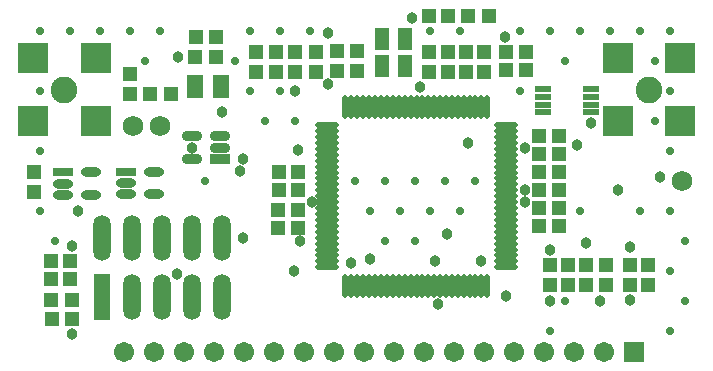
<source format=gts>
%FSTAX23Y23*%
%MOIN*%
%SFA1B1*%

%IPPOS*%
%ADD42R,0.104055X0.104055*%
%ADD43C,0.088701*%
%ADD44R,0.051299X0.074921*%
%ADD45R,0.047362X0.051299*%
%ADD46R,0.051299X0.047362*%
%ADD47O,0.057992X0.152874*%
%ADD48R,0.057992X0.152874*%
%ADD49R,0.055236X0.021772*%
%ADD50O,0.067047X0.031614*%
%ADD51R,0.067047X0.031614*%
%ADD52O,0.067047X0.035551*%
%ADD53R,0.067047X0.035551*%
%ADD54R,0.053268X0.025709*%
%ADD55O,0.078858X0.019803*%
%ADD56O,0.019803X0.078858*%
%ADD57C,0.037992*%
%ADD58C,0.067047*%
%ADD59R,0.067047X0.067047*%
%ADD60C,0.067992*%
%ADD61C,0.027992*%
%LNtwo_ant_fpga_board-1*%
%LPD*%
G54D42*
X03625Y02709D03*
Y02499D03*
X03834Y02709D03*
Y02499D03*
X01675Y02709D03*
Y02499D03*
X01885Y02709D03*
Y02499D03*
G54D43*
X0373Y02604D03*
X0178D03*
G54D44*
X02915Y02685D03*
Y02775D03*
X0284Y02685D03*
Y02775D03*
G54D45*
X0255Y0273D03*
Y02663D03*
X02485Y0273D03*
Y02663D03*
X0306Y02731D03*
Y02665D03*
X02995Y02731D03*
Y02665D03*
X0346Y01953D03*
Y0202D03*
X0352Y01953D03*
Y0202D03*
X0262Y0273D03*
Y02663D03*
X0318Y02665D03*
Y02731D03*
X03585Y01953D03*
Y0202D03*
X0269Y02735D03*
Y02668D03*
X02755Y02735D03*
Y02668D03*
X0312Y02731D03*
Y02665D03*
X0168Y0233D03*
Y02263D03*
X02Y02656D03*
Y0259D03*
X03725Y01955D03*
Y02021D03*
X034Y01953D03*
Y0202D03*
X0242Y02731D03*
Y02665D03*
X03665Y01955D03*
Y02021D03*
G54D46*
X03061Y0285D03*
X02995D03*
X02495Y0233D03*
X02561D03*
X03195Y0285D03*
X03128D03*
X01735Y01975D03*
X01801D03*
X02495Y0227D03*
X02561D03*
X0332Y0273D03*
X03253D03*
X0343Y0215D03*
X03363D03*
X02493Y02205D03*
X0256D03*
X01738Y01905D03*
X01805D03*
X02135Y0259D03*
X02068D03*
X02493Y02145D03*
X0256D03*
X0174Y0184D03*
X01806D03*
X0343Y0221D03*
X03363D03*
X02286Y0278D03*
X0222D03*
X02285Y02715D03*
X02218D03*
X0343Y0227D03*
X03363D03*
X0332Y0267D03*
X03253D03*
X0343Y0233D03*
X03363D03*
X0343Y0245D03*
X03363D03*
X01735Y02035D03*
X01801D03*
X0343Y0239D03*
X03363D03*
G54D47*
X02305Y0211D03*
X02205D03*
X02105D03*
X02005D03*
X01905D03*
X02305Y01915D03*
X02205D03*
X02105D03*
X02005D03*
G54D48*
X01905Y01915D03*
G54D49*
X03377Y02606D03*
Y0258D03*
Y02555D03*
Y02529D03*
X03535Y02606D03*
Y0258D03*
Y02555D03*
Y02529D03*
G54D50*
X02079Y02257D03*
Y02332D03*
X01985Y02257D03*
Y02295D03*
X01869Y02255D03*
Y02329D03*
X01775Y02255D03*
Y02292D03*
G54D51*
X01985Y02332D03*
X01775Y02329D03*
G54D52*
X02205Y0245D03*
Y02375D03*
X023Y0245D03*
Y02412D03*
G54D53*
X023Y02375D03*
G54D54*
X02217Y02589D03*
Y02615D03*
Y0264D03*
X02302D03*
Y02615D03*
Y02589D03*
G54D55*
X03252Y02486D03*
Y02466D03*
Y02446D03*
Y02427D03*
Y02407D03*
Y02387D03*
Y02368D03*
Y02348D03*
Y02328D03*
Y02309D03*
Y02289D03*
Y02269D03*
Y0225D03*
Y0223D03*
Y0221D03*
Y0219D03*
Y02171D03*
Y02151D03*
Y02131D03*
Y02112D03*
Y02092D03*
Y02072D03*
Y02053D03*
Y02033D03*
Y02013D03*
X02657D03*
Y02033D03*
Y02053D03*
Y02072D03*
Y02092D03*
Y02112D03*
Y02131D03*
Y02151D03*
Y02171D03*
Y0219D03*
Y0221D03*
Y0223D03*
Y0225D03*
Y02269D03*
Y02289D03*
Y02309D03*
Y02328D03*
Y02348D03*
Y02368D03*
Y02387D03*
Y02407D03*
Y02427D03*
Y02446D03*
Y02466D03*
Y02486D03*
G54D56*
X03191Y01952D03*
X03171D03*
X03151D03*
X03132D03*
X03112D03*
X03092D03*
X03073D03*
X03053D03*
X03033D03*
X03014D03*
X02994D03*
X02974D03*
X02955D03*
X02935D03*
X02915D03*
X02895D03*
X02876D03*
X02856D03*
X02836D03*
X02817D03*
X02797D03*
X02777D03*
X02758D03*
X02738D03*
X02718D03*
Y02547D03*
X02738D03*
X02758D03*
X02777D03*
X02797D03*
X02817D03*
X02836D03*
X02856D03*
X02876D03*
X02895D03*
X02915D03*
X02935D03*
X02955D03*
X02974D03*
X02994D03*
X03014D03*
X03033D03*
X03053D03*
X03073D03*
X03092D03*
X03112D03*
X03132D03*
X03151D03*
X03171D03*
X03191D03*
G54D57*
X01825Y022D03*
X03025Y0189D03*
X034Y019D03*
X02305Y0253D03*
X0349Y0242D03*
X02375Y0211D03*
X02205Y0241D03*
X03315Y0223D03*
Y0227D03*
Y0241D03*
X03535Y02495D03*
X03625Y0227D03*
X0325Y0278D03*
X02965Y02615D03*
X0294Y02845D03*
X0266Y02795D03*
Y02625D03*
X0255Y026D03*
X0216Y02715D03*
X02365Y02335D03*
X02605Y0223D03*
X0256Y02405D03*
X02155Y0199D03*
X03665Y0208D03*
X0352Y02095D03*
X034Y0207D03*
X0317Y02035D03*
X03055Y02125D03*
X03015Y02035D03*
X01805Y0179D03*
Y02085D03*
X02738Y02026D03*
X02545Y02D03*
X03252Y01917D03*
X02565Y021D03*
X028Y0204D03*
X02375Y02375D03*
X03126Y02427D03*
X03765Y02315D03*
X03565Y019D03*
X03665Y01905D03*
G54D58*
X0198Y0173D03*
X0208D03*
X0218D03*
X0228D03*
X0238D03*
X0248D03*
X0258D03*
X0268D03*
X0278D03*
X0288D03*
X0298D03*
X0308D03*
X0318D03*
X0328D03*
X0338D03*
X0348D03*
X0358D03*
G54D59*
X0368Y0173D03*
G54D60*
X021Y02485D03*
X0201D03*
X0384Y023D03*
G54D61*
X038Y028D03*
Y026D03*
Y024D03*
Y022D03*
X0385Y021D03*
X038Y02D03*
X0385Y019D03*
X038Y018D03*
X037Y028D03*
X0375Y027D03*
Y025D03*
X037Y022D03*
X036Y028D03*
X035D03*
Y022D03*
X034Y028D03*
X0345Y027D03*
Y019D03*
X034Y018D03*
X033Y028D03*
Y026D03*
X031Y028D03*
X0315Y023D03*
X031Y022D03*
X03Y028D03*
X0305Y023D03*
X03Y022D03*
X0295Y023D03*
X029Y022D03*
X0295Y021D03*
X0285Y023D03*
X028Y022D03*
X0285Y021D03*
X0275Y023D03*
X026Y028D03*
X025D03*
Y026D03*
X0255Y025D03*
X024Y028D03*
Y026D03*
X0245Y025D03*
X0235Y027D03*
X0225Y023D03*
X021Y028D03*
X02D03*
X0205Y027D03*
X019Y028D03*
X018D03*
X017D03*
Y026D03*
Y024D03*
Y022D03*
X0175Y021D03*
M02*
</source>
